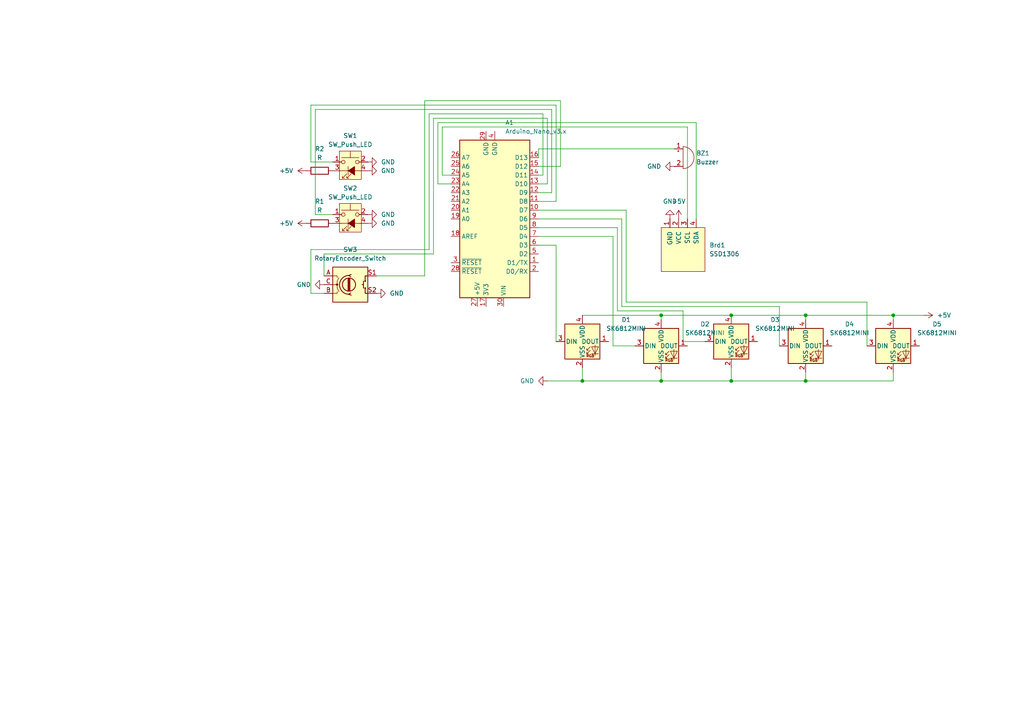
<source format=kicad_sch>
(kicad_sch (version 20231120) (generator "eeschema") (generator_version "8.0")
  (paper "A4")
  (lib_symbols
    (symbol "Device:Buzzer" (pin_names (offset 0.0254) hide)
      (property "Reference" "BZ" (at 3.81 1.27 0))
      (property "Value" "Buzzer" (at 3.81 -1.27 0))
      (symbol "Buzzer_0_1"
        (arc (start 0 -3.175) (mid 3.1612 0) (end 0 3.175))
        (polyline (pts (xy -1.651 1.905) (xy -1.143 1.905)))
        (polyline (pts (xy -1.397 2.159) (xy -1.397 1.651)))
        (polyline (pts (xy 0 3.175) (xy 0 -3.175)))
      )
      (symbol "Buzzer_1_1"
        (pin passive line (at -2.54 2.54 0) (length 2.54) (name "+") (number "1"))
        (pin passive line (at -2.54 -2.54 0) (length 2.54) (name "-") (number "2"))
      )
    )
    (symbol "Device:R" (pin_numbers hide) (pin_names (offset 0))
      (property "Reference" "R" (at 2.032 0 90))
      (property "Value" "R" (at 0 0 90))
      (symbol "R_0_1"
        (rectangle (start -1.016 -2.54) (end 1.016 2.54) (stroke (width 0.254)))
      )
      (symbol "R_1_1"
        (pin passive line (at 0 3.81 270) (length 1.27) (name "~") (number "1"))
        (pin passive line (at 0 -3.81 90) (length 1.27) (name "~") (number "2"))
      )
    )
    (symbol "Device:RotaryEncoder_Switch" (pin_names (offset 0.254) hide)
      (property "Reference" "SW" (at 0 6.604 0))
      (property "Value" "RotaryEncoder_Switch" (at 0 -6.604 0))
      (symbol "RotaryEncoder_Switch_0_1"
        (rectangle (start -5.08 5.08) (end 5.08 -5.08) (stroke (width 0.254)) (fill (type background)))
        (circle (center -3.81 0) (radius 0.254) (fill (type outline)))
        (circle (center -0.381 0) (radius 1.905) (stroke (width 0.254)))
        (arc (start -0.381 2.667) (mid -3.0988 -0.0635) (end -0.381 -2.794) (stroke (width 0.254)))
        (polyline (pts (xy -0.635 -1.778) (xy -0.635 1.778)) (stroke (width 0.254)))
        (polyline (pts (xy -0.381 -1.778) (xy -0.381 1.778)) (stroke (width 0.254)))
        (polyline (pts (xy -0.127 1.778) (xy -0.127 -1.778)) (stroke (width 0.254)))
        (polyline (pts (xy 3.81 0) (xy 3.429 0)) (stroke (width 0.254)))
        (polyline (pts (xy 3.81 1.016) (xy 3.81 -1.016)) (stroke (width 0.254)))
        (polyline (pts (xy -5.08 -2.54) (xy -3.81 -2.54) (xy -3.81 -2.032)))
        (polyline (pts (xy -5.08 2.54) (xy -3.81 2.54) (xy -3.81 2.032)))
        (polyline (pts (xy 0.254 -3.048) (xy -0.508 -2.794) (xy 0.127 -2.413)) (stroke (width 0.254)))
        (polyline (pts (xy 0.254 2.921) (xy -0.508 2.667) (xy 0.127 2.286)) (stroke (width 0.254)))
        (polyline (pts (xy 5.08 -2.54) (xy 4.318 -2.54) (xy 4.318 -1.016)) (stroke (width 0.254)))
        (polyline (pts (xy 5.08 2.54) (xy 4.318 2.54) (xy 4.318 1.016)) (stroke (width 0.254)))
        (polyline (pts (xy -5.08 0) (xy -3.81 0) (xy -3.81 -1.016) (xy -3.302 -2.032)))
        (polyline (pts (xy -4.318 0) (xy -3.81 0) (xy -3.81 1.016) (xy -3.302 2.032)))
        (circle (center 4.318 -1.016) (radius 0.127) (stroke (width 0.254)))
        (circle (center 4.318 1.016) (radius 0.127) (stroke (width 0.254)))
      )
      (symbol "RotaryEncoder_Switch_1_1"
        (pin passive line (at -7.62 2.54 0) (length 2.54) (name "A") (number "A"))
        (pin passive line (at -7.62 -2.54 0) (length 2.54) (name "B") (number "B"))
        (pin passive line (at -7.62 0 0) (length 2.54) (name "C") (number "C"))
        (pin passive line (at 7.62 2.54 180) (length 2.54) (name "S1") (number "S1"))
        (pin passive line (at 7.62 -2.54 180) (length 2.54) (name "S2") (number "S2"))
      )
    )
    (symbol "LED:SK6812MINI" (pin_names (offset 0.254))
      (property "Reference" "D" (at 5.08 5.715 0))
      (property "Value" "SK6812MINI" (at 1.27 -5.715 0))
      (symbol "SK6812MINI_0_0"
        (text "RGB" (at 2.286 -4.191 0) (effects (font (size 0.762 0.762))))
      )
      (symbol "SK6812MINI_0_1"
        (polyline (pts (xy 1.27 -3.556) (xy 1.778 -3.556)))
        (polyline (pts (xy 1.27 -2.54) (xy 1.778 -2.54)))
        (polyline (pts (xy 4.699 -3.556) (xy 2.667 -3.556)))
        (polyline (pts (xy 2.286 -2.54) (xy 1.27 -3.556) (xy 1.27 -3.048)))
        (polyline (pts (xy 2.286 -1.524) (xy 1.27 -2.54) (xy 1.27 -2.032)))
        (polyline (pts (xy 3.683 -1.016) (xy 3.683 -3.556) (xy 3.683 -4.064)))
        (polyline (pts (xy 4.699 -1.524) (xy 2.667 -1.524) (xy 3.683 -3.556) (xy 4.699 -1.524)))
        (rectangle (start 5.08 5.08) (end -5.08 -5.08) (stroke (width 0.254)) (fill (type background)))
      )
      (symbol "SK6812MINI_1_1"
        (pin output line (at 7.62 0 180) (length 2.54) (name "DOUT") (number "1"))
        (pin power_in line (at 0 -7.62 90) (length 2.54) (name "VSS") (number "2"))
        (pin input line (at -7.62 0 0) (length 2.54) (name "DIN") (number "3"))
        (pin power_in line (at 0 7.62 270) (length 2.54) (name "VDD") (number "4"))
      )
    )
    (symbol "MCU_Module:Arduino_Nano_v3.x"
      (property "Reference" "A" (at -10.16 23.495 0))
      (property "Value" "Arduino_Nano_v3.x" (at 5.08 -24.13 0))
      (symbol "Arduino_Nano_v3.x_0_1"
        (rectangle (start -10.16 22.86) (end 10.16 -22.86) (stroke (width 0.254)) (fill (type background)))
      )
      (symbol "Arduino_Nano_v3.x_1_1"
        (pin bidirectional line (at -12.7 12.7 0) (length 2.54) (name "D1/TX") (number "1"))
        (pin bidirectional line (at -12.7 -2.54 0) (length 2.54) (name "D7") (number "10"))
        (pin bidirectional line (at -12.7 -5.08 0) (length 2.54) (name "D8") (number "11"))
        (pin bidirectional line (at -12.7 -7.62 0) (length 2.54) (name "D9") (number "12"))
        (pin bidirectional line (at -12.7 -10.16 0) (length 2.54) (name "D10") (number "13"))
        (pin bidirectional line (at -12.7 -12.7 0) (length 2.54) (name "D11") (number "14"))
        (pin bidirectional line (at -12.7 -15.24 0) (length 2.54) (name "D12") (number "15"))
        (pin bidirectional line (at -12.7 -17.78 0) (length 2.54) (name "D13") (number "16"))
        (pin power_out line (at 2.54 25.4 270) (length 2.54) (name "3V3") (number "17"))
        (pin input line (at 12.7 5.08 180) (length 2.54) (name "AREF") (number "18"))
        (pin bidirectional line (at 12.7 0 180) (length 2.54) (name "A0") (number "19"))
        (pin bidirectional line (at -12.7 15.24 0) (length 2.54) (name "D0/RX") (number "2"))
        (pin bidirectional line (at 12.7 -2.54 180) (length 2.54) (name "A1") (number "20"))
        (pin bidirectional line (at 12.7 -5.08 180) (length 2.54) (name "A2") (number "21"))
        (pin bidirectional line (at 12.7 -7.62 180) (length 2.54) (name "A3") (number "22"))
        (pin bidirectional line (at 12.7 -10.16 180) (length 2.54) (name "A4") (number "23"))
        (pin bidirectional line (at 12.7 -12.7 180) (length 2.54) (name "A5") (number "24"))
        (pin bidirectional line (at 12.7 -15.24 180) (length 2.54) (name "A6") (number "25"))
        (pin bidirectional line (at 12.7 -17.78 180) (length 2.54) (name "A7") (number "26"))
        (pin power_out line (at 5.08 25.4 270) (length 2.54) (name "+5V") (number "27"))
        (pin input line (at 12.7 15.24 180) (length 2.54) (name "~{RESET}") (number "28"))
        (pin power_in line (at 2.54 -25.4 90) (length 2.54) (name "GND") (number "29"))
        (pin input line (at 12.7 12.7 180) (length 2.54) (name "~{RESET}") (number "3"))
        (pin power_in line (at -2.54 25.4 270) (length 2.54) (name "VIN") (number "30"))
        (pin power_in line (at 0 -25.4 90) (length 2.54) (name "GND") (number "4"))
        (pin bidirectional line (at -12.7 10.16 0) (length 2.54) (name "D2") (number "5"))
        (pin bidirectional line (at -12.7 7.62 0) (length 2.54) (name "D3") (number "6"))
        (pin bidirectional line (at -12.7 5.08 0) (length 2.54) (name "D4") (number "7"))
        (pin bidirectional line (at -12.7 2.54 0) (length 2.54) (name "D5") (number "8"))
        (pin bidirectional line (at -12.7 0 0) (length 2.54) (name "D6") (number "9"))
      )
    )
    (symbol "SSD1306-128x64_OLED:SSD1306" (pin_names (offset 1.016))
      (property "Reference" "Brd" (at 0 -3.81 0))
      (property "Value" "SSD1306" (at 0 -1.27 0))
      (symbol "SSD1306_0_1"
        (rectangle (start -6.35 6.35) (end 6.35 -6.35) (fill (type background)))
      )
      (symbol "SSD1306_1_1"
        (pin input line (at -3.81 8.89 270) (length 2.54) (name "GND") (number "1"))
        (pin input line (at -1.27 8.89 270) (length 2.54) (name "VCC") (number "2"))
        (pin input line (at 1.27 8.89 270) (length 2.54) (name "SCL") (number "3"))
        (pin input line (at 3.81 8.89 270) (length 2.54) (name "SDA") (number "4"))
      )
    )
    (symbol "Switch:SW_Push_LED" (pin_names (offset 1.016) hide)
      (property "Reference" "SW" (at 0 7.62 0))
      (property "Value" "SW_Push_LED" (at 0 -3.81 0))
      (symbol "SW_Push_LED_0_0"
        (polyline (pts (xy -2.54 0) (xy 2.54 0)))
        (polyline (pts (xy -2.286 -2.159) (xy -1.016 -0.889)))
        (polyline (pts (xy -1.016 -2.159) (xy 0.254 -0.889)))
        (polyline (pts (xy -0.635 1.27) (xy -0.635 -1.27)))
        (polyline (pts (xy -2.286 -1.524) (xy -2.286 -2.159) (xy -1.651 -2.159)))
        (polyline (pts (xy -1.016 -1.524) (xy -1.016 -2.159) (xy -0.381 -2.159)))
        (polyline (pts (xy -0.635 0) (xy 1.27 1.27) (xy 1.27 -1.27) (xy -0.635 0)) (fill (type outline)))
      )
      (symbol "SW_Push_LED_0_1"
        (circle (center -2.032 2.54) (radius 0.508))
        (polyline (pts (xy 0 3.81) (xy 0 5.588)))
        (polyline (pts (xy 2.54 3.81) (xy -2.54 3.81)))
        (circle (center 2.032 2.54) (radius 0.508))
        (pin passive line (at -5.08 2.54 0) (length 2.54) (name "1") (number "1"))
        (pin passive line (at 5.08 2.54 180) (length 2.54) (name "2") (number "2"))
        (pin passive line (at -5.08 0 0) (length 2.54) (name "K") (number "3"))
        (pin passive line (at 5.08 0 180) (length 2.54) (name "A") (number "4"))
      )
      (symbol "SW_Push_LED_1_1"
        (rectangle (start -3.175 5.715) (end 3.175 -2.54) (fill (type background)))
      )
    )
    (symbol "power:+5V" (power) (pin_numbers hide) (pin_names (offset 0) hide)
      (property "Value" "+5V" (at 0 3.556 0))
      (symbol "+5V_0_1"
        (polyline (pts (xy -0.762 1.27) (xy 0 2.54)))
        (polyline (pts (xy 0 0) (xy 0 2.54)))
        (polyline (pts (xy 0 2.54) (xy 0.762 1.27)))
      )
      (symbol "+5V_1_1"
        (pin power_in line (at 0 0 90) (length 0) (name "~") (number "1"))
      )
    )
    (symbol "power:GND" (power) (pin_numbers hide) (pin_names (offset 0) hide)
      (property "Value" "GND" (at 0 -3.81 0))
      (symbol "GND_0_1"
        (polyline (pts (xy 0 0) (xy 0 -1.27) (xy 1.27 -1.27) (xy 0 -2.54) (xy -1.27 -1.27) (xy 0 -1.27)))
      )
      (symbol "GND_1_1"
        (pin power_in line (at 0 0 270) (length 0) (name "~") (number "1"))
      )
    )
  )
  (junction (at 212.09 91.44))
  (junction (at 212.09 110.49))
  (junction (at 233.68 91.44))
  (junction (at 168.91 110.49))
  (junction (at 191.77 110.49))
  (junction (at 233.68 110.49))
  (junction (at 259.08 91.44))
  (junction (at 191.77 91.44))
  (wire (pts (xy 90.17 85.09) (xy 93.98 85.09)))
  (wire (pts (xy 180.34 63.5) (xy 156.21 63.5)))
  (wire (pts (xy 161.29 30.48) (xy 90.17 30.48)))
  (wire (pts (xy 181.61 87.63) (xy 181.61 60.96)))
  (wire (pts (xy 259.08 107.95) (xy 259.08 110.49)))
  (wire (pts (xy 168.91 110.49) (xy 191.77 110.49)))
  (wire (pts (xy 160.02 31.75) (xy 160.02 55.88)))
  (wire (pts (xy 177.8 68.58) (xy 156.21 68.58)))
  (wire (pts (xy 204.47 99.06) (xy 198.12 99.06)))
  (wire (pts (xy 124.46 33.02) (xy 124.46 72.39)))
  (wire (pts (xy 93.98 73.66) (xy 125.73 73.66)))
  (wire (pts (xy 90.17 30.48) (xy 90.17 46.99)))
  (wire (pts (xy 90.17 72.39) (xy 90.17 85.09)))
  (wire (pts (xy 90.17 46.99) (xy 96.52 46.99)))
  (wire (pts (xy 130.81 50.8) (xy 128.27 50.8)))
  (wire (pts (xy 198.12 90.17) (xy 179.07 90.17)))
  (wire (pts (xy 109.22 80.01) (xy 123.19 80.01)))
  (wire (pts (xy 160.02 55.88) (xy 156.21 55.88)))
  (wire (pts (xy 233.68 107.95) (xy 233.68 110.49)))
  (wire (pts (xy 212.09 110.49) (xy 233.68 110.49)))
  (wire (pts (xy 184.15 100.33) (xy 177.8 100.33)))
  (wire (pts (xy 156.21 58.42) (xy 161.29 58.42)))
  (wire (pts (xy 201.93 35.56) (xy 127 35.56)))
  (wire (pts (xy 191.77 91.44) (xy 191.77 92.71)))
  (wire (pts (xy 128.27 50.8) (xy 128.27 36.83)))
  (wire (pts (xy 233.68 91.44) (xy 259.08 91.44)))
  (wire (pts (xy 93.98 80.01) (xy 93.98 73.66)))
  (wire (pts (xy 180.34 88.9) (xy 180.34 63.5)))
  (wire (pts (xy 91.44 62.23) (xy 91.44 31.75)))
  (wire (pts (xy 127 35.56) (xy 127 53.34)))
  (wire (pts (xy 212.09 106.68) (xy 212.09 110.49)))
  (wire (pts (xy 161.29 58.42) (xy 161.29 30.48)))
  (wire (pts (xy 127 53.34) (xy 130.81 53.34)))
  (wire (pts (xy 181.61 60.96) (xy 156.21 60.96)))
  (wire (pts (xy 156.21 43.18) (xy 156.21 45.72)))
  (wire (pts (xy 162.56 29.21) (xy 162.56 48.26)))
  (wire (pts (xy 161.29 71.12) (xy 156.21 71.12)))
  (wire (pts (xy 157.48 50.8) (xy 157.48 33.02)))
  (wire (pts (xy 168.91 110.49) (xy 168.91 106.68)))
  (wire (pts (xy 191.77 91.44) (xy 212.09 91.44)))
  (wire (pts (xy 201.93 63.5) (xy 201.93 35.56)))
  (wire (pts (xy 156.21 50.8) (xy 157.48 50.8)))
  (wire (pts (xy 96.52 62.23) (xy 91.44 62.23)))
  (wire (pts (xy 233.68 91.44) (xy 233.68 92.71)))
  (wire (pts (xy 177.8 100.33) (xy 177.8 68.58)))
  (wire (pts (xy 191.77 107.95) (xy 191.77 110.49)))
  (wire (pts (xy 198.12 99.06) (xy 198.12 90.17)))
  (wire (pts (xy 128.27 36.83) (xy 199.39 36.83)))
  (wire (pts (xy 212.09 91.44) (xy 233.68 91.44)))
  (wire (pts (xy 123.19 80.01) (xy 123.19 29.21)))
  (wire (pts (xy 158.75 110.49) (xy 168.91 110.49)))
  (wire (pts (xy 125.73 34.29) (xy 158.75 34.29)))
  (wire (pts (xy 123.19 29.21) (xy 162.56 29.21)))
  (wire (pts (xy 161.29 99.06) (xy 161.29 71.12)))
  (wire (pts (xy 191.77 110.49) (xy 212.09 110.49)))
  (wire (pts (xy 259.08 91.44) (xy 259.08 92.71)))
  (wire (pts (xy 162.56 48.26) (xy 156.21 48.26)))
  (wire (pts (xy 199.39 36.83) (xy 199.39 63.5)))
  (wire (pts (xy 91.44 31.75) (xy 160.02 31.75)))
  (wire (pts (xy 259.08 91.44) (xy 267.97 91.44)))
  (wire (pts (xy 168.91 91.44) (xy 191.77 91.44)))
  (wire (pts (xy 233.68 110.49) (xy 259.08 110.49)))
  (wire (pts (xy 179.07 90.17) (xy 179.07 66.04)))
  (wire (pts (xy 179.07 66.04) (xy 156.21 66.04)))
  (wire (pts (xy 195.58 43.18) (xy 156.21 43.18)))
  (wire (pts (xy 124.46 72.39) (xy 90.17 72.39)))
  (wire (pts (xy 226.06 88.9) (xy 180.34 88.9)))
  (wire (pts (xy 125.73 73.66) (xy 125.73 34.29)))
  (wire (pts (xy 251.46 100.33) (xy 251.46 87.63)))
  (wire (pts (xy 251.46 87.63) (xy 181.61 87.63)))
  (wire (pts (xy 158.75 53.34) (xy 156.21 53.34)))
  (wire (pts (xy 158.75 34.29) (xy 158.75 53.34)))
  (wire (pts (xy 157.48 33.02) (xy 124.46 33.02)))
  (wire (pts (xy 226.06 100.33) (xy 226.06 88.9)))
  (symbol (lib_id "power:+5V") (at 196.85 63.5 0) (unit 1)
    (property "Reference" "#PWR04" (effects (hide yes)))
    (property "Value" "+5V" (at 196.85 58.42 0))
    (property "Description" "Power symbol creates a global label with name \"+5V\"" (effects (hide yes)))
  )
  (symbol (lib_id "power:GND") (at 194.31 63.5 180) (unit 1)
    (property "Reference" "#PWR03" (effects (hide yes)))
    (property "Value" "GND" (at 194.31 58.42 0))
    (property "Description" "Power symbol creates a global label with name \"GND\" , ground" (effects (hide yes)))
  )
  (symbol (lib_id "power:GND") (at 106.68 62.23 90) (unit 1)
    (property "Reference" "#PWR06" (effects (hide yes)))
    (property "Value" "GND" (at 110.49 62.2299 90) (effects (justify right)))
    (property "Description" "Power symbol creates a global label with name \"GND\" , ground" (effects (hide yes)))
  )
  (symbol (lib_id "Switch:SW_Push_LED") (at 101.6 49.53 0) (unit 1)
    (property "Reference" "SW1" (at 101.6 39.37 0))
    (property "Value" "SW_Push_LED" (at 101.6 41.91 0))
    (property "Footprint" "Button_Switch_Keyboard:SW_Cherry_MX_1.00u_PCB" (effects (hide yes)))
    (property "Description" "Push button switch with LED, generic" (effects (hide yes)))
  )
  (symbol (lib_id "power:GND") (at 93.98 82.55 270) (unit 1)
    (property "Reference" "#PWR011" (effects (hide yes)))
    (property "Value" "GND" (at 90.17 82.5499 90) (effects (justify right)))
    (property "Description" "Power symbol creates a global label with name \"GND\" , ground" (effects (hide yes)))
  )
  (symbol (lib_id "LED:SK6812MINI") (at 168.91 99.06 0) (unit 1)
    (property "Reference" "D1" (at 181.61 92.7414 0))
    (property "Value" "SK6812MINI" (at 181.61 95.2814 0))
    (property "Footprint" "LED_SMD:LED_SK6812MINI_PLCC4_3.5x3.5mm_P1.75mm" (effects (hide yes)))
    (property "Datasheet" "https://cdn-shop.adafruit.com/product-files/2686/SK6812MINI_REV.01-1-2.pdf" (effects (hide yes)))
    (property "Description" "RGB LED with integrated controller" (effects (hide yes)))
  )
  (symbol (lib_id "power:+5V") (at 267.97 91.44 270) (unit 1)
    (property "Reference" "#PWR01" (effects (hide yes)))
    (property "Value" "+5V" (at 271.78 91.4399 90) (effects (justify left)))
    (property "Description" "Power symbol creates a global label with name \"+5V\"" (effects (hide yes)))
  )
  (symbol (lib_id "Device:RotaryEncoder_Switch") (at 101.6 82.55 0) (unit 1)
    (property "Reference" "SW3" (at 101.6 72.39 0))
    (property "Value" "RotaryEncoder_Switch" (at 101.6 74.93 0))
    (property "Footprint" "Rotary_Encoder:RotaryEncoder_Alps_EC11E-Switch_Vertical_H20mm_CircularMountingHoles" (effects (hide yes)))
    (property "Description" "Rotary encoder, dual channel, incremental quadrate outputs, with switch" (effects (hide yes)))
  )
  (symbol (lib_id "LED:SK6812MINI") (at 259.08 100.33 0) (unit 1)
    (property "Reference" "D5" (at 271.78 94.0114 0))
    (property "Value" "SK6812MINI" (at 271.78 96.5514 0))
    (property "Footprint" "LED_SMD:LED_SK6812MINI_PLCC4_3.5x3.5mm_P1.75mm" (effects (hide yes)))
    (property "Datasheet" "https://cdn-shop.adafruit.com/product-files/2686/SK6812MINI_REV.01-1-2.pdf" (effects (hide yes)))
    (property "Description" "RGB LED with integrated controller" (effects (hide yes)))
  )
  (symbol (lib_id "LED:SK6812MINI") (at 233.68 100.33 0) (unit 1)
    (property "Reference" "D4" (at 246.38 94.0114 0))
    (property "Value" "SK6812MINI" (at 246.38 96.5514 0))
    (property "Footprint" "LED_SMD:LED_SK6812MINI_PLCC4_3.5x3.5mm_P1.75mm" (effects (hide yes)))
    (property "Datasheet" "https://cdn-shop.adafruit.com/product-files/2686/SK6812MINI_REV.01-1-2.pdf" (effects (hide yes)))
    (property "Description" "RGB LED with integrated controller" (effects (hide yes)))
  )
  (symbol (lib_id "SSD1306-128x64_OLED:SSD1306") (at 198.12 72.39 0) (unit 1)
    (property "Reference" "Brd1" (at 205.74 71.1199 0) (effects (justify left)))
    (property "Value" "SSD1306" (at 205.74 73.6599 0) (effects (justify left)))
    (property "Footprint" "KiCad-SSD1306-0.91-OLED-4pin-128x32.pretty-master:SSD1306-0.91-OLED-4pin-128x32" (effects (hide yes)))
    (property "Description" "SSD1306 OLED" (effects (hide yes)))
  )
  (symbol (lib_id "power:GND") (at 106.68 49.53 90) (unit 1)
    (property "Reference" "#PWR08" (effects (hide yes)))
    (property "Value" "GND" (at 110.49 49.5299 90) (effects (justify right)))
    (property "Description" "Power symbol creates a global label with name \"GND\" , ground" (effects (hide yes)))
  )
  (symbol (lib_id "LED:SK6812MINI") (at 212.09 99.06 0) (unit 1)
    (property "Reference" "D3" (at 224.79 92.7414 0))
    (property "Value" "SK6812MINI" (at 224.79 95.2814 0))
    (property "Footprint" "LED_SMD:LED_SK6812MINI_PLCC4_3.5x3.5mm_P1.75mm" (effects (hide yes)))
    (property "Datasheet" "https://cdn-shop.adafruit.com/product-files/2686/SK6812MINI_REV.01-1-2.pdf" (effects (hide yes)))
    (property "Description" "RGB LED with integrated controller" (effects (hide yes)))
  )
  (symbol (lib_id "Device:Buzzer") (at 198.12 45.72 0) (unit 1)
    (property "Reference" "BZ1" (at 201.93 44.4499 0) (effects (justify left)))
    (property "Value" "Buzzer" (at 201.93 46.9899 0) (effects (justify left)))
    (property "Footprint" "Buzzer_Beeper:MagneticBuzzer_PUI_AT-0927-TT-6-R" (effects (hide yes)))
    (property "Description" "Buzzer, polarized" (effects (hide yes)))
  )
  (symbol (lib_id "MCU_Module:Arduino_Nano_v3.x") (at 143.51 63.5 180) (unit 1)
    (property "Reference" "A1" (at 146.5265 35.56 0) (effects (justify right)))
    (property "Value" "Arduino_Nano_v3.x" (at 146.5265 38.1 0) (effects (justify right)))
    (property "Footprint" "Module:Arduino_Nano" (effects (hide yes)))
    (property "Datasheet" "http://www.mouser.com/pdfdocs/Gravitech_Arduino_Nano3_0.pdf" (effects (hide yes)))
    (property "Description" "Arduino Nano v3.x" (effects (hide yes)))
  )
  (symbol (lib_id "power:GND") (at 106.68 46.99 90) (unit 1)
    (property "Reference" "#PWR05" (effects (hide yes)))
    (property "Value" "GND" (at 110.49 46.9899 90) (effects (justify right)))
    (property "Description" "Power symbol creates a global label with name \"GND\" , ground" (effects (hide yes)))
  )
  (symbol (lib_id "power:GND") (at 158.75 110.49 270) (unit 1)
    (property "Reference" "#PWR02" (effects (hide yes)))
    (property "Value" "GND" (at 154.94 110.4899 90) (effects (justify right)))
    (property "Description" "Power symbol creates a global label with name \"GND\" , ground" (effects (hide yes)))
  )
  (symbol (lib_id "power:+5V") (at 88.9 64.77 90) (unit 1)
    (property "Reference" "#PWR09" (effects (hide yes)))
    (property "Value" "+5V" (at 85.09 64.7699 90) (effects (justify left)))
    (property "Description" "Power symbol creates a global label with name \"+5V\"" (effects (hide yes)))
  )
  (symbol (lib_id "Switch:SW_Push_LED") (at 101.6 64.77 0) (unit 1)
    (property "Reference" "SW2" (at 101.6 54.61 0))
    (property "Value" "SW_Push_LED" (at 101.6 57.15 0))
    (property "Footprint" "Button_Switch_Keyboard:SW_Cherry_MX_1.00u_PCB" (effects (hide yes)))
    (property "Description" "Push button switch with LED, generic" (effects (hide yes)))
  )
  (symbol (lib_id "power:GND") (at 195.58 48.26 270) (unit 1)
    (property "Reference" "#PWR013" (effects (hide yes)))
    (property "Value" "GND" (at 191.77 48.2599 90) (effects (justify right)))
    (property "Description" "Power symbol creates a global label with name \"GND\" , ground" (effects (hide yes)))
  )
  (symbol (lib_id "Device:R") (at 92.71 64.77 270) (unit 1)
    (property "Reference" "R1" (at 92.71 58.42 90))
    (property "Value" "R" (at 92.71 60.96 90))
    (property "Footprint" "Resistor_THT:R_Axial_DIN0309_L9.0mm_D3.2mm_P12.70mm_Horizontal" (effects (hide yes)))
    (property "Description" "Resistor" (effects (hide yes)))
  )
  (symbol (lib_id "power:+5V") (at 88.9 49.53 90) (unit 1)
    (property "Reference" "#PWR010" (effects (hide yes)))
    (property "Value" "+5V" (at 85.09 49.5299 90) (effects (justify left)))
    (property "Description" "Power symbol creates a global label with name \"+5V\"" (effects (hide yes)))
  )
  (symbol (lib_id "power:GND") (at 106.68 64.77 90) (unit 1)
    (property "Reference" "#PWR07" (effects (hide yes)))
    (property "Value" "GND" (at 110.49 64.7699 90) (effects (justify right)))
    (property "Description" "Power symbol creates a global label with name \"GND\" , ground" (effects (hide yes)))
  )
  (symbol (lib_id "Device:R") (at 92.71 49.53 90) (unit 1)
    (property "Reference" "R2" (at 92.71 43.18 90))
    (property "Value" "R" (at 92.71 45.72 90))
    (property "Footprint" "Resistor_THT:R_Axial_DIN0309_L9.0mm_D3.2mm_P12.70mm_Horizontal" (effects (hide yes)))
    (property "Description" "Resistor" (effects (hide yes)))
  )
  (symbol (lib_id "LED:SK6812MINI") (at 191.77 100.33 0) (unit 1)
    (property "Reference" "D2" (at 204.47 94.0114 0))
    (property "Value" "SK6812MINI" (at 204.47 96.5514 0))
    (property "Footprint" "LED_SMD:LED_SK6812MINI_PLCC4_3.5x3.5mm_P1.75mm" (effects (hide yes)))
    (property "Datasheet" "https://cdn-shop.adafruit.com/product-files/2686/SK6812MINI_REV.01-1-2.pdf" (effects (hide yes)))
    (property "Description" "RGB LED with integrated controller" (effects (hide yes)))
  )
  (symbol (lib_id "power:GND") (at 109.22 85.09 90) (unit 1)
    (property "Reference" "#PWR012" (effects (hide yes)))
    (property "Value" "GND" (at 113.03 85.0899 90) (effects (justify right)))
    (property "Description" "Power symbol creates a global label with name \"GND\" , ground" (effects (hide yes)))
  )
)
</source>
